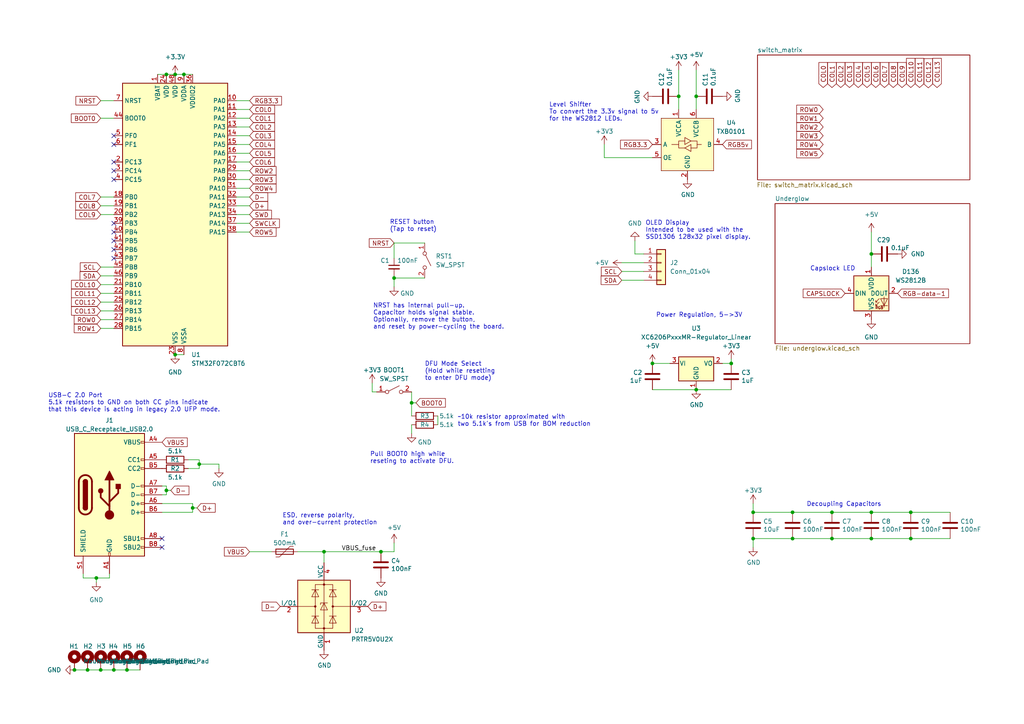
<source format=kicad_sch>
(kicad_sch (version 20250114) (generator "eeschema") (generator_version "9.0")
  (paper "A4")
  (lib_symbols
    (symbol "+5V_1" (power) (pin_names (offset 0))
      (property "Value" "+5V_1" (at 0 3.556 0))
      (symbol "+5V_1_0_1"
        (polyline (pts (xy -0.762 1.27) (xy 0 2.54)))
        (polyline (pts (xy 0 2.54) (xy 0.762 1.27)))
        (polyline (pts (xy 0 0) (xy 0 2.54)))
      )
      (symbol "+5V_1_1_1"
        (pin power_in line (at 0 0 90) (length 0) (hide yes) (name "+5V") (number "1"))
      )
    )
    (symbol "Connector:USB_C_Receptacle_USB2.0" (pin_names (offset 1.016))
      (property "Reference" "J" (at -10.16 19.05 0))
      (property "Value" "USB_C_Receptacle_USB2.0" (at 19.05 19.05 0))
      (symbol "USB_C_Receptacle_USB2.0_0_0"
        (rectangle (start -0.254 -17.78) (end 0.254 -16.764))
        (rectangle (start 10.16 15.494) (end 9.144 14.986))
        (rectangle (start 10.16 10.414) (end 9.144 9.906))
        (rectangle (start 10.16 7.874) (end 9.144 7.366))
        (rectangle (start 10.16 2.794) (end 9.144 2.286))
        (rectangle (start 10.16 0.254) (end 9.144 -0.254))
        (rectangle (start 10.16 -2.286) (end 9.144 -2.794))
        (rectangle (start 10.16 -4.826) (end 9.144 -5.334))
        (rectangle (start 10.16 -12.446) (end 9.144 -12.954))
        (rectangle (start 10.16 -14.986) (end 9.144 -15.494))
      )
      (symbol "USB_C_Receptacle_USB2.0_0_1"
        (rectangle (start -10.16 17.78) (end 10.16 -17.78) (stroke (width 0.254)) (fill (type background)))
        (polyline (pts (xy -8.89 -3.81) (xy -8.89 3.81)) (stroke (width 0.508)))
        (rectangle (start -7.62 -3.81) (end -6.35 3.81) (stroke (width 0.254)) (fill (type outline)))
        (arc (start -7.62 3.81) (mid -6.985 4.4423) (end -6.35 3.81) (stroke (width 0.254)))
        (arc (start -7.62 3.81) (mid -6.985 4.4423) (end -6.35 3.81) (stroke (width 0.254)) (fill (type outline)))
        (arc (start -8.89 3.81) (mid -6.985 5.7067) (end -5.08 3.81) (stroke (width 0.508)))
        (arc (start -5.08 -3.81) (mid -6.985 -5.7067) (end -8.89 -3.81) (stroke (width 0.508)))
        (arc (start -6.35 -3.81) (mid -6.985 -4.4423) (end -7.62 -3.81) (stroke (width 0.254)))
        (arc (start -6.35 -3.81) (mid -6.985 -4.4423) (end -7.62 -3.81) (stroke (width 0.254)) (fill (type outline)))
        (polyline (pts (xy -5.08 3.81) (xy -5.08 -3.81)) (stroke (width 0.508)))
        (circle (center -2.54 1.143) (radius 0.635) (stroke (width 0.254)) (fill (type outline)))
        (polyline (pts (xy -1.27 4.318) (xy 0 6.858) (xy 1.27 4.318) (xy -1.27 4.318)) (stroke (width 0.254)) (fill (type outline)))
        (polyline (pts (xy 0 -2.032) (xy 2.54 0.508) (xy 2.54 1.778)) (stroke (width 0.508)))
        (polyline (pts (xy 0 -3.302) (xy -2.54 -0.762) (xy -2.54 0.508)) (stroke (width 0.508)))
        (polyline (pts (xy 0 -5.842) (xy 0 4.318)) (stroke (width 0.508)))
        (circle (center 0 -5.842) (radius 1.27) (fill (type outline)))
        (rectangle (start 1.905 1.778) (end 3.175 3.048) (stroke (width 0.254)) (fill (type outline)))
      )
      (symbol "USB_C_Receptacle_USB2.0_1_1"
        (pin passive line (at -7.62 -22.86 90) (length 5.08) (name "SHIELD") (number "S1"))
        (pin passive line (at 0 -22.86 90) (length 5.08) (name "GND") (number "A1"))
        (pin passive line (at 0 -22.86 90) (length 5.08) (hide yes) (name "GND") (number "A12"))
        (pin passive line (at 0 -22.86 90) (length 5.08) (hide yes) (name "GND") (number "B1"))
        (pin passive line (at 0 -22.86 90) (length 5.08) (hide yes) (name "GND") (number "B12"))
        (pin passive line (at 15.24 15.24 180) (length 5.08) (name "VBUS") (number "A4"))
        (pin passive line (at 15.24 15.24 180) (length 5.08) (hide yes) (name "VBUS") (number "A9"))
        (pin passive line (at 15.24 15.24 180) (length 5.08) (hide yes) (name "VBUS") (number "B4"))
        (pin passive line (at 15.24 15.24 180) (length 5.08) (hide yes) (name "VBUS") (number "B9"))
        (pin bidirectional line (at 15.24 10.16 180) (length 5.08) (name "CC1") (number "A5"))
        (pin bidirectional line (at 15.24 7.62 180) (length 5.08) (name "CC2") (number "B5"))
        (pin bidirectional line (at 15.24 2.54 180) (length 5.08) (name "D-") (number "A7"))
        (pin bidirectional line (at 15.24 0 180) (length 5.08) (name "D-") (number "B7"))
        (pin bidirectional line (at 15.24 -2.54 180) (length 5.08) (name "D+") (number "A6"))
        (pin bidirectional line (at 15.24 -5.08 180) (length 5.08) (name "D+") (number "B6"))
        (pin bidirectional line (at 15.24 -12.7 180) (length 5.08) (name "SBU1") (number "A8"))
        (pin bidirectional line (at 15.24 -15.24 180) (length 5.08) (name "SBU2") (number "B8"))
      )
    )
    (symbol "Connector_Generic:Conn_01x04" (pin_names (offset 1.016) (hide yes))
      (property "Reference" "J" (at 0 5.08 0))
      (property "Value" "Conn_01x04" (at 0 -7.62 0))
      (symbol "Conn_01x04_1_1"
        (rectangle (start -1.27 3.81) (end 1.27 -6.35) (stroke (width 0.254)) (fill (type background)))
        (rectangle (start -1.27 2.667) (end 0 2.413) (stroke (width 0.1524)))
        (rectangle (start -1.27 0.127) (end 0 -0.127) (stroke (width 0.1524)))
        (rectangle (start -1.27 -2.413) (end 0 -2.667) (stroke (width 0.1524)))
        (rectangle (start -1.27 -4.953) (end 0 -5.207) (stroke (width 0.1524)))
        (pin passive line (at -5.08 2.54 0) (length 3.81) (name "Pin_1") (number "1"))
        (pin passive line (at -5.08 0 0) (length 3.81) (name "Pin_2") (number "2"))
        (pin passive line (at -5.08 -2.54 0) (length 3.81) (name "Pin_3") (number "3"))
        (pin passive line (at -5.08 -5.08 0) (length 3.81) (name "Pin_4") (number "4"))
      )
    )
    (symbol "Device:C" (pin_numbers (hide yes)) (pin_names (offset 0.254))
      (property "Reference" "C" (at 0.635 2.54 0))
      (property "Value" "C" (at 0.635 -2.54 0))
      (symbol "C_0_1"
        (polyline (pts (xy -2.032 0.762) (xy 2.032 0.762)) (stroke (width 0.508)))
        (polyline (pts (xy -2.032 -0.762) (xy 2.032 -0.762)) (stroke (width 0.508)))
      )
      (symbol "C_1_1"
        (pin passive line (at 0 3.81 270) (length 2.794) (name "~") (number "1"))
        (pin passive line (at 0 -3.81 90) (length 2.794) (name "~") (number "2"))
      )
    )
    (symbol "Device:C_Small" (pin_numbers (hide yes)) (pin_names (offset 0.254) (hide yes))
      (property "Reference" "C" (at 0.254 1.778 0))
      (property "Value" "C_Small" (at 0.254 -2.032 0))
      (symbol "C_Small_0_1"
        (polyline (pts (xy -1.524 0.508) (xy 1.524 0.508)) (stroke (width 0.3048)))
        (polyline (pts (xy -1.524 -0.508) (xy 1.524 -0.508)) (stroke (width 0.3302)))
      )
      (symbol "C_Small_1_1"
        (pin passive line (at 0 2.54 270) (length 2.032) (name "~") (number "1"))
        (pin passive line (at 0 -2.54 90) (length 2.032) (name "~") (number "2"))
      )
    )
    (symbol "Device:Polyfuse" (pin_numbers (hide yes)) (pin_names (offset 0))
      (property "Reference" "F" (at -2.54 0 90))
      (property "Value" "Polyfuse" (at 2.54 0 90))
      (symbol "Polyfuse_0_1"
        (polyline (pts (xy -1.524 2.54) (xy -1.524 1.524) (xy 1.524 -1.524) (xy 1.524 -2.54)))
        (rectangle (start -0.762 2.54) (end 0.762 -2.54) (stroke (width 0.254)))
        (polyline (pts (xy 0 2.54) (xy 0 -2.54)))
      )
      (symbol "Polyfuse_1_1"
        (pin passive line (at 0 3.81 270) (length 1.27) (name "~") (number "1"))
        (pin passive line (at 0 -3.81 90) (length 1.27) (name "~") (number "2"))
      )
    )
    (symbol "Device:R" (pin_numbers (hide yes)) (pin_names (offset 0))
      (property "Reference" "R" (at 2.032 0 90))
      (property "Value" "R" (at 0 0 90))
      (symbol "R_0_1"
        (rectangle (start -1.016 -2.54) (end 1.016 2.54) (stroke (width 0.254)))
      )
      (symbol "R_1_1"
        (pin passive line (at 0 3.81 270) (length 1.27) (name "~") (number "1"))
        (pin passive line (at 0 -3.81 90) (length 1.27) (name "~") (number "2"))
      )
    )
    (symbol "GND_1" (power) (pin_numbers (hide yes)) (pin_names (offset 0) (hide yes))
      (property "Value" "GND" (at 0 -3.81 0))
      (symbol "GND_1_0_1"
        (polyline (pts (xy 0 0) (xy 0 -1.27) (xy 1.27 -1.27) (xy 0 -2.54) (xy -1.27 -1.27) (xy 0 -1.27)))
      )
      (symbol "GND_1_1_1"
        (pin power_in line (at 0 0 270) (length 0) (name "~") (number "1"))
      )
    )
    (symbol "LED:WS2812B" (pin_names (offset 0.254))
      (property "Reference" "D" (at 5.08 5.715 0))
      (property "Value" "WS2812B" (at 1.27 -5.715 0))
      (symbol "WS2812B_0_0"
        (text "RGB" (at 2.286 -4.191 0) (effects (font (size 0.762 0.762))))
      )
      (symbol "WS2812B_0_1"
        (polyline (pts (xy 1.27 -2.54) (xy 1.778 -2.54)))
        (polyline (pts (xy 1.27 -3.556) (xy 1.778 -3.556)))
        (polyline (pts (xy 2.286 -1.524) (xy 1.27 -2.54) (xy 1.27 -2.032)))
        (polyline (pts (xy 2.286 -2.54) (xy 1.27 -3.556) (xy 1.27 -3.048)))
        (polyline (pts (xy 3.683 -1.016) (xy 3.683 -3.556) (xy 3.683 -4.064)))
        (polyline (pts (xy 4.699 -1.524) (xy 2.667 -1.524) (xy 3.683 -3.556) (xy 4.699 -1.524)))
        (polyline (pts (xy 4.699 -3.556) (xy 2.667 -3.556)))
        (rectangle (start 5.08 5.08) (end -5.08 -5.08) (stroke (width 0.254)) (fill (type background)))
      )
      (symbol "WS2812B_1_1"
        (pin input line (at -7.62 0 0) (length 2.54) (name "DIN") (number "4"))
        (pin power_in line (at 0 7.62 270) (length 2.54) (name "VDD") (number "1"))
        (pin power_in line (at 0 -7.62 90) (length 2.54) (name "VSS") (number "3"))
        (pin output line (at 7.62 0 180) (length 2.54) (name "DOUT") (number "2"))
      )
    )
    (symbol "MCU_ST_STM32F0:STM32F072CBTx"
      (property "Reference" "U" (at -15.24 39.37 0))
      (property "Value" "STM32F072CBTx" (at 7.62 39.37 0))
      (symbol "STM32F072CBTx_0_1"
        (rectangle (start -15.24 -38.1) (end 15.24 38.1) (stroke (width 0.254)) (fill (type background)))
      )
      (symbol "STM32F072CBTx_1_1"
        (pin input line (at -17.78 33.02 0) (length 2.54) (name "NRST") (number "7"))
        (pin input line (at -17.78 27.94 0) (length 2.54) (name "BOOT0") (number "44"))
        (pin bidirectional line (at -17.78 22.86 0) (length 2.54) (name "PF0") (number "5"))
        (pin bidirectional line (at -17.78 20.32 0) (length 2.54) (name "PF1") (number "6"))
        (pin bidirectional line (at -17.78 15.24 0) (length 2.54) (name "PC13") (number "2"))
        (pin bidirectional line (at -17.78 12.7 0) (length 2.54) (name "PC14") (number "3"))
        (pin bidirectional line (at -17.78 10.16 0) (length 2.54) (name "PC15") (number "4"))
        (pin bidirectional line (at -17.78 5.08 0) (length 2.54) (name "PB0") (number "18"))
        (pin bidirectional line (at -17.78 2.54 0) (length 2.54) (name "PB1") (number "19"))
        (pin bidirectional line (at -17.78 0 0) (length 2.54) (name "PB2") (number "20"))
        (pin bidirectional line (at -17.78 -2.54 0) (length 2.54) (name "PB3") (number "39"))
        (pin bidirectional line (at -17.78 -5.08 0) (length 2.54) (name "PB4") (number "40"))
        (pin bidirectional line (at -17.78 -7.62 0) (length 2.54) (name "PB5") (number "41"))
        (pin bidirectional line (at -17.78 -10.16 0) (length 2.54) (name "PB6") (number "42"))
        (pin bidirectional line (at -17.78 -12.7 0) (length 2.54) (name "PB7") (number "43"))
        (pin bidirectional line (at -17.78 -15.24 0) (length 2.54) (name "PB8") (number "45"))
        (pin bidirectional line (at -17.78 -17.78 0) (length 2.54) (name "PB9") (number "46"))
        (pin bidirectional line (at -17.78 -20.32 0) (length 2.54) (name "PB10") (number "21"))
        (pin bidirectional line (at -17.78 -22.86 0) (length 2.54) (name "PB11") (number "22"))
        (pin bidirectional line (at -17.78 -25.4 0) (length 2.54) (name "PB12") (number "25"))
        (pin bidirectional line (at -17.78 -27.94 0) (length 2.54) (name "PB13") (number "26"))
        (pin bidirectional line (at -17.78 -30.48 0) (length 2.54) (name "PB14") (number "27"))
        (pin bidirectional line (at -17.78 -33.02 0) (length 2.54) (name "PB15") (number "28"))
        (pin power_in line (at -5.08 40.64 270) (length 2.54) (name "VBAT") (number "1"))
        (pin power_in line (at -2.54 40.64 270) (length 2.54) (name "VDD") (number "24"))
        (pin power_in line (at 0 40.64 270) (length 2.54) (name "VDD") (number "48"))
        (pin power_in line (at 0 -40.64 90) (length 2.54) (name "VSS") (number "23"))
        (pin passive line (at 0 -40.64 90) (length 2.54) (hide yes) (name "VSS") (number "35"))
        (pin passive line (at 0 -40.64 90) (length 2.54) (hide yes) (name "VSS") (number "47"))
        (pin power_in line (at 2.54 40.64 270) (length 2.54) (name "VDDA") (number "9"))
        (pin power_in line (at 2.54 -40.64 90) (length 2.54) (name "VSSA") (number "8"))
        (pin power_in line (at 5.08 40.64 270) (length 2.54) (name "VDDIO2") (number "36"))
        (pin bidirectional line (at 17.78 33.02 180) (length 2.54) (name "PA0") (number "10"))
        (pin bidirectional line (at 17.78 30.48 180) (length 2.54) (name "PA1") (number "11"))
        (pin bidirectional line (at 17.78 27.94 180) (length 2.54) (name "PA2") (number "12"))
        (pin bidirectional line (at 17.78 25.4 180) (length 2.54) (name "PA3") (number "13"))
        (pin bidirectional line (at 17.78 22.86 180) (length 2.54) (name "PA4") (number "14"))
        (pin bidirectional line (at 17.78 20.32 180) (length 2.54) (name "PA5") (number "15"))
        (pin bidirectional line (at 17.78 17.78 180) (length 2.54) (name "PA6") (number "16"))
        (pin bidirectional line (at 17.78 15.24 180) (length 2.54) (name "PA7") (number "17"))
        (pin bidirectional line (at 17.78 12.7 180) (length 2.54) (name "PA8") (number "29"))
        (pin bidirectional line (at 17.78 10.16 180) (length 2.54) (name "PA9") (number "30"))
        (pin bidirectional line (at 17.78 7.62 180) (length 2.54) (name "PA10") (number "31"))
        (pin bidirectional line (at 17.78 5.08 180) (length 2.54) (name "PA11") (number "32"))
        (pin bidirectional line (at 17.78 2.54 180) (length 2.54) (name "PA12") (number "33"))
        (pin bidirectional line (at 17.78 0 180) (length 2.54) (name "PA13") (number "34"))
        (pin bidirectional line (at 17.78 -2.54 180) (length 2.54) (name "PA14") (number "37"))
        (pin bidirectional line (at 17.78 -5.08 180) (length 2.54) (name "PA15") (number "38"))
      )
    )
    (symbol "Mechanical:MountingHole_Pad" (pin_numbers (hide yes)) (pin_names (offset 1.016) (hide yes)) (in_bom no)
      (property "Reference" "H" (at 0 6.35 0))
      (property "Value" "MountingHole_Pad" (at 0 4.445 0))
      (symbol "MountingHole_Pad_0_1"
        (circle (center 0 1.27) (radius 1.27) (stroke (width 1.27)))
      )
      (symbol "MountingHole_Pad_1_1"
        (pin input line (at 0 -2.54 90) (length 2.54) (name "1") (number "1"))
      )
    )
    (symbol "PCM_marbastlib-various:TXB0101"
      (property "Reference" "U" (at -6.35 11.43 0))
      (property "Value" "TXB0101" (at 3.81 11.43 0))
      (symbol "TXB0101_0_1"
        (rectangle (start -7.62 10.16) (end 7.62 -5.08) (fill (type background)))
        (polyline (pts (xy -2.54 2.54) (xy -2.54 3.556) (xy -0.762 3.556)))
        (polyline (pts (xy -0.762 2.54) (xy -0.762 4.572) (xy 1.016 3.556) (xy -0.762 2.54)))
        (polyline (pts (xy -0.762 1.524) (xy -2.54 1.524) (xy -2.54 2.54) (xy -4.572 2.54)))
        (polyline (pts (xy 1.016 3.556) (xy 2.794 3.556) (xy 2.794 2.54) (xy 4.064 2.54)))
        (polyline (pts (xy 1.016 2.54) (xy 1.016 0.762) (xy 1.016 0.508) (xy -0.762 1.524) (xy 1.016 2.54)))
        (polyline (pts (xy 2.794 2.54) (xy 2.794 1.524) (xy 1.016 1.524)))
      )
      (symbol "TXB0101_1_1"
        (pin bidirectional line (at -10.16 2.54 0) (length 2.54) (name "A") (number "3"))
        (pin input line (at -10.16 -1.27 0) (length 2.54) (name "OE") (number "5"))
        (pin power_in line (at -2.54 12.7 270) (length 2.54) (name "VCCA") (number "1"))
        (pin power_in line (at 0 -7.62 90) (length 2.54) (name "GND") (number "2"))
        (pin power_in line (at 2.54 12.7 270) (length 2.54) (name "VCCB") (number "6"))
        (pin bidirectional line (at 10.16 2.54 180) (length 2.54) (name "B") (number "4"))
      )
    )
    (symbol "Power_Protection:PRTR5V0U2X" (pin_names (offset 0))
      (property "Reference" "D" (at 2.794 8.636 0))
      (property "Value" "PRTR5V0U2X" (at 8.128 -9.398 0))
      (symbol "PRTR5V0U2X_0_1"
        (rectangle (start -7.62 -7.62) (end 7.62 7.62) (stroke (width 0.254)) (fill (type background)))
        (polyline (pts (xy -3.556 2.794) (xy -1.524 2.794) (xy -2.54 4.826) (xy -3.556 2.794)))
        (polyline (pts (xy -3.556 -4.826) (xy -1.524 -4.826) (xy -2.54 -2.794) (xy -3.556 -4.826)))
        (rectangle (start -2.54 6.35) (end 2.54 -6.35))
        (circle (center -2.54 0) (radius 0.254) (fill (type outline)))
        (polyline (pts (xy -2.54 0) (xy -7.62 0)))
        (polyline (pts (xy -1.524 4.826) (xy -3.556 4.826)))
        (polyline (pts (xy -1.524 -2.794) (xy -3.556 -2.794)))
        (polyline (pts (xy -1.016 -1.016) (xy 1.016 -1.016) (xy 0 1.016) (xy -1.016 -1.016)))
        (circle (center 0 6.35) (radius 0.254) (fill (type outline)))
        (circle (center 0 -6.35) (radius 0.254) (fill (type outline)))
        (polyline (pts (xy 0 -7.62) (xy 0 7.62)))
        (polyline (pts (xy 1.016 1.016) (xy -1.016 1.016) (xy -1.016 0.508)))
        (polyline (pts (xy 1.524 4.826) (xy 3.556 4.826)))
        (polyline (pts (xy 1.524 -2.794) (xy 3.556 -2.794)))
        (polyline (pts (xy 2.54 0) (xy 7.62 0)))
        (circle (center 2.54 0) (radius 0.254) (fill (type outline)))
        (polyline (pts (xy 3.556 2.794) (xy 1.524 2.794) (xy 2.54 4.826) (xy 3.556 2.794)))
        (polyline (pts (xy 3.556 -4.826) (xy 1.524 -4.826) (xy 2.54 -2.794) (xy 3.556 -4.826)))
      )
      (symbol "PRTR5V0U2X_1_1"
        (pin passive line (at -12.7 0 0) (length 5.08) (name "I/O1") (number "2"))
        (pin passive line (at 0 12.7 270) (length 5.08) (name "VCC") (number "4"))
        (pin passive line (at 0 -12.7 90) (length 5.08) (name "GND") (number "1"))
        (pin passive line (at 12.7 0 180) (length 5.08) (name "I/O2") (number "3"))
      )
    )
    (symbol "Switch:SW_SPST" (pin_names (offset 0) (hide yes))
      (property "Reference" "SW" (at 0 3.175 0))
      (property "Value" "SW_SPST" (at 0 -2.54 0))
      (symbol "SW_SPST_0_0"
        (circle (center -2.032 0) (radius 0.508))
        (polyline (pts (xy -1.524 0.254) (xy 1.524 1.778)))
        (circle (center 2.032 0) (radius 0.508))
      )
      (symbol "SW_SPST_1_1"
        (pin passive line (at -5.08 0 0) (length 2.54) (name "A") (number "1"))
        (pin passive line (at 5.08 0 180) (length 2.54) (name "B") (number "2"))
      )
    )
    (symbol "kicad-keyboard-parts:XC6206PxxxMR-Regulator_Linear" (pin_names (offset 0.254))
      (property "Reference" "U" (at -3.81 3.175 0))
      (property "Value" "XC6206PxxxMR-Regulator_Linear" (at 0 3.175 0))
      (property "LCSC" "C5446" (at 0 0 0))
      (symbol "XC6206PxxxMR-Regulator_Linear_0_1"
        (rectangle (start -5.08 1.905) (end 5.08 -5.08) (stroke (width 0.254)) (fill (type background)))
      )
      (symbol "XC6206PxxxMR-Regulator_Linear_1_1"
        (pin power_in line (at -7.62 0 0) (length 2.54) (name "VI") (number "3"))
        (pin power_in line (at 0 -7.62 90) (length 2.54) (name "GND") (number "1"))
        (pin power_out line (at 7.62 0 180) (length 2.54) (name "VO") (number "2"))
      )
    )
    (symbol "power:+3.3V" (power) (pin_numbers (hide yes)) (pin_names (offset 0) (hide yes))
      (property "Value" "+3.3V" (at 0 3.556 0))
      (symbol "+3.3V_0_1"
        (polyline (pts (xy -0.762 1.27) (xy 0 2.54)))
        (polyline (pts (xy 0 2.54) (xy 0.762 1.27)))
        (polyline (pts (xy 0 0) (xy 0 2.54)))
      )
      (symbol "+3.3V_1_1"
        (pin power_in line (at 0 0 90) (length 0) (name "~") (number "1"))
      )
    )
    (symbol "power:+3V3" (power) (pin_names (offset 0))
      (property "Value" "+3V3" (at 0 3.556 0))
      (symbol "+3V3_0_1"
        (polyline (pts (xy -0.762 1.27) (xy 0 2.54)))
        (polyline (pts (xy 0 2.54) (xy 0.762 1.27)))
        (polyline (pts (xy 0 0) (xy 0 2.54)))
      )
      (symbol "+3V3_1_1"
        (pin power_in line (at 0 0 90) (length 0) (hide yes) (name "+3V3") (number "1"))
      )
    )
    (symbol "power:+5V" (power) (pin_names (offset 0))
      (property "Value" "+5V" (at 0 3.556 0))
      (symbol "+5V_0_1"
        (polyline (pts (xy -0.762 1.27) (xy 0 2.54)))
        (polyline (pts (xy 0 2.54) (xy 0.762 1.27)))
        (polyline (pts (xy 0 0) (xy 0 2.54)))
      )
      (symbol "+5V_1_1"
        (pin power_in line (at 0 0 90) (length 0) (hide yes) (name "+5V") (number "1"))
      )
    )
    (symbol "power:GND" (power) (pin_names (offset 0))
      (property "Value" "GND" (at 0 -3.81 0))
      (symbol "GND_0_1"
        (polyline (pts (xy 0 0) (xy 0 -1.27) (xy 1.27 -1.27) (xy 0 -2.54) (xy -1.27 -1.27) (xy 0 -1.27)))
      )
      (symbol "GND_1_1"
        (pin power_in line (at 0 0 270) (length 0) (hide yes) (name "GND") (number "1"))
      )
    )
  )
  (text "Decoupling Capacitors" (at 233.934 147.066 0) (effects (font (size 1.27 1.27)) (justify left bottom)))
  (text "~10k resistor approximated with\ntwo 5.1k's from USB for BOM reduction" (at 132.715 123.825 0) (effects (font (size 1.27 1.27)) (justify left bottom)))
  (text "RESET button\n(Tap to reset)" (at 113.03 67.31 0) (effects (font (size 1.27 1.27)) (justify left bottom)))
  (text "Power Regulation, 5->3V\n" (at 190.246 92.202 0) (effects (font (size 1.27 1.27)) (justify left bottom)))
  (text "Pull BOOT0 high while \nreseting to activate DFU." (at 107.315 134.62 0) (effects (font (size 1.27 1.27)) (justify left bottom)))
  (text "Capslock LED" (at 234.95 78.74 0) (effects (font (size 1.27 1.27)) (justify left bottom)))
  (text "USB-C 2.0 Port\n5.1k resistors to GND on both CC pins indicate\nthat this device is acting in legacy 2.0 UFP mode." (at 13.97 119.634 0) (effects (font (size 1.27 1.27)) (justify left bottom)))
  (text "NRST has internal pull-up.\nCapacitor holds signal stable.\nOptionally, remove the button,\nand reset by power-cycling the board." (at 108.204 95.631 0) (effects (font (size 1.27 1.27)) (justify left bottom)))
  (text "ESD, reverse polarity,\nand over-current protection" (at 81.915 152.4 0) (effects (font (size 1.27 1.27)) (justify left bottom)))
  (text "Level Shifter\nTo convert the 3.3v signal to 5v\nfor the WS2812 LEDs." (at 159.258 35.306 0) (effects (font (size 1.27 1.27)) (justify left bottom)))
  (text "OLED Display\nIntended to be used with the \nSSD1306 128x32 pixel display." (at 187.198 69.596 0) (effects (font (size 1.27 1.27)) (justify left bottom)))
  (text "DFU Mode Select\n(Hold while resetting\nto enter DFU mode)" (at 123.19 110.49 0) (effects (font (size 1.27 1.27)) (justify left bottom)))
  (junction (at 27.94 167.64))
  (junction (at 110.49 160.02))
  (junction (at 241.3 148.59))
  (junction (at 114.3 80.645))
  (junction (at 50.8 21.59))
  (junction (at 55.88 147.32))
  (junction (at 201.93 27.94))
  (junction (at 264.16 148.59))
  (junction (at 201.93 113.03) (diameter 0.9144))
  (junction (at 33.02 194.31))
  (junction (at 218.44 156.21))
  (junction (at 212.09 105.41))
  (junction (at 264.16 156.21))
  (junction (at 252.73 148.59))
  (junction (at 252.73 156.21))
  (junction (at 189.23 105.41))
  (junction (at 21.59 194.31))
  (junction (at 229.87 148.59))
  (junction (at 48.26 21.59))
  (junction (at 196.85 27.94))
  (junction (at 218.44 148.59))
  (junction (at 241.3 156.21))
  (junction (at 50.8 102.87))
  (junction (at 93.98 160.02))
  (junction (at 53.34 21.59))
  (junction (at 57.785 134.62))
  (junction (at 252.73 73.66))
  (junction (at 25.4 194.31))
  (junction (at 119.38 116.84))
  (junction (at 229.87 156.21))
  (junction (at 29.21 194.31))
  (junction (at 36.83 194.31))
  (junction (at 48.26 142.24))
  (no_connect (at 33.02 64.77))
  (no_connect (at 33.02 41.91))
  (no_connect (at 33.02 67.31))
  (no_connect (at 46.99 156.21))
  (no_connect (at 33.02 72.39))
  (no_connect (at 33.02 69.85))
  (no_connect (at 33.02 74.93))
  (no_connect (at 33.02 46.99))
  (no_connect (at 33.02 49.53))
  (no_connect (at 33.02 39.37))
  (no_connect (at 33.02 52.07))
  (no_connect (at 46.99 158.75))
  (wire (pts (xy 252.73 156.21) (xy 264.16 156.21)))
  (wire (pts (xy 33.02 194.31) (xy 36.83 194.31)))
  (wire (pts (xy 252.73 148.59) (xy 264.16 148.59)))
  (wire (pts (xy 68.58 57.15) (xy 72.39 57.15)))
  (wire (pts (xy 127 120.65) (xy 127 123.19)))
  (wire (pts (xy 24.13 167.64) (xy 27.94 167.64)))
  (wire (pts (xy 54.61 135.89) (xy 57.785 135.89)))
  (wire (pts (xy 68.58 41.91) (xy 72.39 41.91)))
  (wire (pts (xy 29.21 92.71) (xy 33.02 92.71)))
  (wire (pts (xy 48.26 142.24) (xy 48.26 143.51)))
  (wire (pts (xy 57.785 134.62) (xy 57.785 133.35)))
  (wire (pts (xy 55.88 146.05) (xy 55.88 147.32)))
  (wire (pts (xy 114.3 70.485) (xy 114.3 74.93)))
  (wire (pts (xy 54.61 133.35) (xy 57.785 133.35)))
  (wire (pts (xy 50.8 102.87) (xy 53.34 102.87)))
  (wire (pts (xy 109.22 113.665) (xy 107.95 113.665)))
  (wire (pts (xy 29.21 194.31) (xy 33.02 194.31)))
  (wire (pts (xy 196.85 27.94) (xy 196.85 31.75)))
  (wire (pts (xy 212.09 104.14) (xy 212.09 105.41)))
  (wire (pts (xy 48.26 140.97) (xy 48.26 142.24)))
  (wire (pts (xy 229.87 148.59) (xy 218.44 148.59)))
  (wire (pts (xy 218.44 146.05) (xy 218.44 148.59)))
  (wire (pts (xy 119.38 113.665) (xy 119.38 116.84)))
  (wire (pts (xy 68.58 34.29) (xy 72.39 34.29)))
  (wire (pts (xy 68.58 54.61) (xy 72.39 54.61)))
  (wire (pts (xy 29.21 87.63) (xy 33.02 87.63)))
  (wire (pts (xy 189.23 105.41) (xy 194.31 105.41)))
  (wire (pts (xy 48.26 142.24) (xy 49.53 142.24)))
  (wire (pts (xy 36.83 194.31) (xy 40.64 194.31)))
  (wire (pts (xy 86.36 160.02) (xy 93.98 160.02)))
  (wire (pts (xy 114.3 70.485) (xy 123.19 70.485)))
  (wire (pts (xy 114.3 80.645) (xy 123.19 80.645)))
  (wire (pts (xy 29.21 85.09) (xy 33.02 85.09)))
  (wire (pts (xy 241.3 156.21) (xy 229.87 156.21)))
  (wire (pts (xy 252.73 67.31) (xy 252.73 73.66)))
  (wire (pts (xy 46.99 148.59) (xy 55.88 148.59)))
  (wire (pts (xy 68.58 46.99) (xy 72.39 46.99)))
  (wire (pts (xy 25.4 194.31) (xy 29.21 194.31)))
  (wire (pts (xy 29.21 62.23) (xy 33.02 62.23)))
  (wire (pts (xy 93.98 160.02) (xy 93.98 163.195)))
  (wire (pts (xy 72.39 160.02) (xy 78.74 160.02)))
  (wire (pts (xy 180.34 81.28) (xy 186.69 81.28)))
  (wire (pts (xy 46.99 143.51) (xy 48.26 143.51)))
  (wire (pts (xy 57.785 135.89) (xy 57.785 134.62)))
  (wire (pts (xy 201.93 27.94) (xy 201.93 31.75)))
  (wire (pts (xy 50.8 21.59) (xy 53.34 21.59)))
  (wire (pts (xy 68.58 36.83) (xy 72.39 36.83)))
  (wire (pts (xy 114.3 157.48) (xy 114.3 160.02)))
  (wire (pts (xy 29.21 95.25) (xy 33.02 95.25)))
  (wire (pts (xy 196.85 20.32) (xy 196.85 27.94)))
  (wire (pts (xy 184.15 73.66) (xy 184.15 69.85)))
  (wire (pts (xy 114.3 80.645) (xy 114.3 80.01)))
  (wire (pts (xy 180.34 76.2) (xy 186.69 76.2)))
  (wire (pts (xy 29.21 90.17) (xy 33.02 90.17)))
  (wire (pts (xy 175.26 45.72) (xy 189.23 45.72)))
  (wire (pts (xy 218.44 158.75) (xy 218.44 156.21)))
  (wire (pts (xy 27.94 168.91) (xy 27.94 167.64)))
  (wire (pts (xy 55.88 147.32) (xy 57.15 147.32)))
  (wire (pts (xy 93.98 160.02) (xy 110.49 160.02)))
  (wire (pts (xy 29.21 77.47) (xy 33.02 77.47)))
  (wire (pts (xy 186.69 73.66) (xy 184.15 73.66)))
  (wire (pts (xy 46.99 140.97) (xy 48.26 140.97)))
  (wire (pts (xy 107.95 113.665) (xy 107.95 111.125)))
  (wire (pts (xy 252.73 73.66) (xy 252.73 77.47)))
  (wire (pts (xy 57.785 134.62) (xy 63.5 134.62)))
  (wire (pts (xy 114.3 83.185) (xy 114.3 80.645)))
  (wire (pts (xy 68.58 49.53) (xy 72.39 49.53)))
  (wire (pts (xy 264.16 148.59) (xy 275.59 148.59)))
  (wire (pts (xy 53.34 21.59) (xy 55.88 21.59)))
  (wire (pts (xy 21.59 194.31) (xy 25.4 194.31)))
  (wire (pts (xy 68.58 31.75) (xy 72.39 31.75)))
  (wire (pts (xy 68.58 64.77) (xy 72.39 64.77)))
  (wire (pts (xy 201.93 20.32) (xy 201.93 27.94)))
  (wire (pts (xy 29.21 82.55) (xy 33.02 82.55)))
  (wire (pts (xy 110.49 160.02) (xy 114.3 160.02)))
  (wire (pts (xy 119.38 116.84) (xy 119.38 120.65)))
  (wire (pts (xy 180.34 78.74) (xy 186.69 78.74)))
  (wire (pts (xy 27.94 167.64) (xy 31.75 167.64)))
  (wire (pts (xy 29.21 80.01) (xy 33.02 80.01)))
  (wire (pts (xy 201.93 113.03) (xy 189.23 113.03)))
  (wire (pts (xy 241.3 156.21) (xy 252.73 156.21)))
  (wire (pts (xy 63.5 134.62) (xy 63.5 135.89)))
  (wire (pts (xy 175.26 45.72) (xy 175.26 41.91)))
  (wire (pts (xy 119.38 116.84) (xy 120.65 116.84)))
  (wire (pts (xy 68.58 39.37) (xy 72.39 39.37)))
  (wire (pts (xy 68.58 52.07) (xy 72.39 52.07)))
  (wire (pts (xy 119.38 123.19) (xy 119.38 125.73)))
  (wire (pts (xy 46.99 146.05) (xy 55.88 146.05)))
  (wire (pts (xy 209.55 105.41) (xy 212.09 105.41)))
  (wire (pts (xy 68.58 59.69) (xy 72.39 59.69)))
  (wire (pts (xy 45.72 21.59) (xy 48.26 21.59)))
  (wire (pts (xy 29.21 34.29) (xy 33.02 34.29)))
  (wire (pts (xy 241.3 148.59) (xy 252.73 148.59)))
  (wire (pts (xy 241.3 148.59) (xy 229.87 148.59)))
  (wire (pts (xy 264.16 156.21) (xy 275.59 156.21)))
  (wire (pts (xy 201.93 113.03) (xy 212.09 113.03)))
  (wire (pts (xy 29.21 57.15) (xy 33.02 57.15)))
  (wire (pts (xy 68.58 62.23) (xy 72.39 62.23)))
  (wire (pts (xy 29.21 29.21) (xy 33.02 29.21)))
  (wire (pts (xy 29.21 59.69) (xy 33.02 59.69)))
  (wire (pts (xy 24.13 166.37) (xy 24.13 167.64)))
  (wire (pts (xy 68.58 44.45) (xy 72.39 44.45)))
  (wire (pts (xy 68.58 67.31) (xy 72.39 67.31)))
  (wire (pts (xy 48.26 21.59) (xy 50.8 21.59)))
  (wire (pts (xy 68.58 29.21) (xy 72.39 29.21)))
  (wire (pts (xy 229.87 156.21) (xy 218.44 156.21)))
  (wire (pts (xy 55.88 148.59) (xy 55.88 147.32)))
  (wire (pts (xy 31.75 167.64) (xy 31.75 166.37)))
  (label "VBUS_fuse" (at 99.06 160.02 0))
  (global_label "COL1" (shape input) (at 241.3 25.4 90) (property "Intersheetrefs" "${INTERSHEET_REFS}" (effects (hide yes))))
  (global_label "COL7" (shape input) (at 29.21 57.15 180) (property "Intersheetrefs" "${INTERSHEET_REFS}" (effects (hide yes))))
  (global_label "COL11" (shape input) (at 29.21 85.09 180) (property "Intersheetrefs" "${INTERSHEET_REFS}" (effects (hide yes))))
  (global_label "ROW4" (shape input) (at 72.39 54.61 0) (property "Intersheetrefs" "${INTERSHEET_REFS}" (effects (hide yes))))
  (global_label "ROW2" (shape input) (at 238.76 36.83 180) (property "Intersheetrefs" "${INTERSHEET_REFS}" (effects (hide yes))))
  (global_label "COL3" (shape input) (at 72.39 39.37 0) (property "Intersheetrefs" "${INTERSHEET_REFS}" (effects (hide yes))))
  (global_label "D+" (shape input) (at 106.68 175.895 0) (property "Intersheetrefs" "${INTERSHEET_REFS}" (effects (hide yes))))
  (global_label "SWD" (shape input) (at 72.39 62.23 0) (property "Intersheetrefs" "${INTERSHEET_REFS}" (effects (hide yes))))
  (global_label "COL1" (shape input) (at 72.39 34.29 0) (property "Intersheetrefs" "${INTERSHEET_REFS}" (effects (hide yes))))
  (global_label "ROW5" (shape input) (at 238.76 44.5298 180) (property "Intersheetrefs" "${INTERSHEET_REFS}" (effects (hide yes))))
  (global_label "COL4" (shape input) (at 72.39 41.91 0) (property "Intersheetrefs" "${INTERSHEET_REFS}" (effects (hide yes))))
  (global_label "NRST" (shape input) (at 29.21 29.21 180) (property "Intersheetrefs" "${INTERSHEET_REFS}" (effects (hide yes))))
  (global_label "COL5" (shape input) (at 72.39 44.45 0) (property "Intersheetrefs" "${INTERSHEET_REFS}" (effects (hide yes))))
  (global_label "COL12" (shape input) (at 29.21 87.63 180) (property "Intersheetrefs" "${INTERSHEET_REFS}" (effects (hide yes))))
  (global_label "RGB3.3" (shape input) (at 189.23 41.91 180) (property "Intersheetrefs" "${INTERSHEET_REFS}" (effects (hide yes))))
  (global_label "COL13" (shape input) (at 29.21 90.17 180) (property "Intersheetrefs" "${INTERSHEET_REFS}" (effects (hide yes))))
  (global_label "COL11" (shape input) (at 266.7 25.4 90) (property "Intersheetrefs" "${INTERSHEET_REFS}" (effects (hide yes))))
  (global_label "COL8" (shape input) (at 29.21 59.69 180) (property "Intersheetrefs" "${INTERSHEET_REFS}" (effects (hide yes))))
  (global_label "BOOT0" (shape input) (at 120.65 116.84 0) (property "Intersheetrefs" "${INTERSHEET_REFS}" (effects (hide yes))))
  (global_label "COL0" (shape input) (at 72.39 31.75 0) (property "Intersheetrefs" "${INTERSHEET_REFS}" (effects (hide yes))))
  (global_label "COL13" (shape input) (at 271.78 25.4 90) (property "Intersheetrefs" "${INTERSHEET_REFS}" (effects (hide yes))))
  (global_label "SDA" (shape input) (at 180.34 81.28 180) (property "Intersheetrefs" "${INTERSHEET_REFS}" (effects (hide yes))))
  (global_label "VBUS" (shape input) (at 72.39 160.02 180) (property "Intersheetrefs" "${INTERSHEET_REFS}" (effects (hide yes))))
  (global_label "COL10" (shape input) (at 264.16 25.4 90) (property "Intersheetrefs" "${INTERSHEET_REFS}" (effects (hide yes))))
  (global_label "SDA" (shape input) (at 29.21 80.01 180) (property "Intersheetrefs" "${INTERSHEET_REFS}" (effects (hide yes))))
  (global_label "COL2" (shape input) (at 243.84 25.4 90) (property "Intersheetrefs" "${INTERSHEET_REFS}" (effects (hide yes))))
  (global_label "COL9" (shape input) (at 29.21 62.23 180) (property "Intersheetrefs" "${INTERSHEET_REFS}" (effects (hide yes))))
  (global_label "COL8" (shape input) (at 259.08 25.4 90) (property "Intersheetrefs" "${INTERSHEET_REFS}" (effects (hide yes))))
  (global_label "ROW0" (shape input) (at 238.76 31.75 180) (property "Intersheetrefs" "${INTERSHEET_REFS}" (effects (hide yes))))
  (global_label "D-" (shape input) (at 81.28 175.895 180) (property "Intersheetrefs" "${INTERSHEET_REFS}" (effects (hide yes))))
  (global_label "RGB-data-1" (shape input) (at 260.35 85.09 0) (property "Intersheetrefs" "${INTERSHEET_REFS}" (effects (hide yes))))
  (global_label "VBUS" (shape input) (at 46.99 128.27 0) (property "Intersheetrefs" "${INTERSHEET_REFS}" (effects (hide yes))))
  (global_label "RGB3.3" (shape input) (at 72.39 29.21 0) (property "Intersheetrefs" "${INTERSHEET_REFS}" (effects (hide yes))))
  (global_label "RGB5v" (shape input) (at 209.55 41.91 0) (property "Intersheetrefs" "${INTERSHEET_REFS}" (effects (hide yes))))
  (global_label "COL12" (shape input) (at 269.24 25.4798 90) (property "Intersheetrefs" "${INTERSHEET_REFS}" (effects (hide yes))))
  (global_label "SWCLK" (shape input) (at 72.39 64.77 0) (property "Intersheetrefs" "${INTERSHEET_REFS}" (effects (hide yes))))
  (global_label "COL0" (shape input) (at 238.76 25.4 90) (property "Intersheetrefs" "${INTERSHEET_REFS}" (effects (hide yes))))
  (global_label "COL7" (shape input) (at 256.54 25.4 90) (property "Intersheetrefs" "${INTERSHEET_REFS}" (effects (hide yes))))
  (global_label "D+" (shape input) (at 72.39 59.69 0) (property "Intersheetrefs" "${INTERSHEET_REFS}" (effects (hide yes))))
  (global_label "SCL" (shape input) (at 180.34 78.74 180) (property "Intersheetrefs" "${INTERSHEET_REFS}" (effects (hide yes))))
  (global_label "COL4" (shape input) (at 248.92 25.4 90) (property "Intersheetrefs" "${INTERSHEET_REFS}" (effects (hide yes))))
  (global_label "CAPSLOCK" (shape input) (at 245.11 85.09 180) (property "Intersheetrefs" "${INTERSHEET_REFS}" (effects (hide yes))))
  (global_label "ROW3" (shape input) (at 238.76 39.37 180) (property "Intersheetrefs" "${INTERSHEET_REFS}" (effects (hide yes))))
  (global_label "ROW0" (shape input) (at 29.21 92.71 180) (property "Intersheetrefs" "${INTERSHEET_REFS}" (effects (hide yes))))
  (global_label "COL2" (shape input) (at 72.39 36.83 0) (property "Intersheetrefs" "${INTERSHEET_REFS}" (effects (hide yes))))
  (global_label "COL3" (shape input) (at 246.38 25.4 90) (property "Intersheetrefs" "${INTERSHEET_REFS}" (effects (hide yes))))
  (global_label "COL9" (shape input) (at 261.62 25.4 90) (property "Intersheetrefs" "${INTERSHEET_REFS}" (effects (hide yes))))
  (global_label "COL5" (shape input) (at 251.46 25.4 90) (property "Intersheetrefs" "${INTERSHEET_REFS}" (effects (hide yes))))
  (global_label "ROW1" (shape input) (at 238.76 34.29 180) (property "Intersheetrefs" "${INTERSHEET_REFS}" (effects (hide yes))))
  (global_label "COL6" (shape input) (at 72.39 46.99 0) (property "Intersheetrefs" "${INTERSHEET_REFS}" (effects (hide yes))))
  (global_label "ROW3" (shape input) (at 72.39 52.07 0) (property "Intersheetrefs" "${INTERSHEET_REFS}" (effects (hide yes))))
  (global_label "ROW2" (shape input) (at 72.39 49.53 0) (property "Intersheetrefs" "${INTERSHEET_REFS}" (effects (hide yes))))
  (global_label "D-" (shape input) (at 72.39 57.15 0) (property "Intersheetrefs" "${INTERSHEET_REFS}" (effects (hide yes))))
  (global_label "ROW1" (shape input) (at 29.21 95.25 180) (property "Intersheetrefs" "${INTERSHEET_REFS}" (effects (hide yes))))
  (global_label "NRST" (shape input) (at 114.3 70.485 180) (property "Intersheetrefs" "${INTERSHEET_REFS}" (effects (hide yes))))
  (global_label "D-" (shape input) (at 49.53 142.24 0) (property "Intersheetrefs" "${INTERSHEET_REFS}" (effects (hide yes))))
  (global_label "SCL" (shape input) (at 29.21 77.47 180) (property "Intersheetrefs" "${INTERSHEET_REFS}" (effects (hide yes))))
  (global_label "D+" (shape input) (at 57.15 147.32 0) (property "Intersheetrefs" "${INTERSHEET_REFS}" (effects (hide yes))))
  (global_label "ROW5" (shape input) (at 72.39 67.31 0) (property "Intersheetrefs" "${INTERSHEET_REFS}" (effects (hide yes))))
  (global_label "BOOT0" (shape input) (at 29.21 34.29 180) (property "Intersheetrefs" "${INTERSHEET_REFS}" (effects (hide yes))))
  (global_label "COL10" (shape input) (at 29.21 82.55 180) (property "Intersheetrefs" "${INTERSHEET_REFS}" (effects (hide yes))))
  (global_label "COL6" (shape input) (at 254 25.4 90) (property "Intersheetrefs" "${INTERSHEET_REFS}" (effects (hide yes))))
  (global_label "ROW4" (shape input) (at 238.76 41.91 180) (property "Intersheetrefs" "${INTERSHEET_REFS}" (effects (hide yes))))
  (symbol (lib_name "GND_1") (lib_id "power:GND") (at 50.8 102.87 0) (unit 1)
    (property "Reference" "#PWR01" (effects (hide yes)))
    (property "Value" "GND" (at 50.8 107.95 0))
    (property "Description" "Power symbol creates a global label with name \"GND\" , ground" (effects (hide yes)))
  )
  (symbol (lib_id "Device:C") (at 218.44 152.4 0) (unit 1)
    (property "Reference" "C5" (at 221.361 151.2316 0) (effects (justify left)))
    (property "Value" "10uF" (at 221.361 153.543 0) (effects (justify left)))
    (property "Footprint" "Capacitor_SMD:C_0603_1608Metric" (effects (hide yes)))
    (property "LCSC" "C307331" (effects (hide yes)))
  )
  (symbol (lib_id "Device:C") (at 110.49 163.83 0) (unit 1)
    (property "Reference" "C4" (at 113.411 162.6616 0) (effects (justify left)))
    (property "Value" "100nF" (at 113.411 164.973 0) (effects (justify left)))
    (property "Footprint" "Capacitor_SMD:C_0402_1005Metric" (effects (hide yes)))
    (property "LCSC" "C307331" (effects (hide yes)))
  )
  (symbol (lib_id "Device:C") (at 193.04 27.94 90) (unit 1)
    (property "Reference" "C12" (at 191.8716 25.019 0) (effects (justify left)))
    (property "Value" "0.1uF" (at 194.183 25.019 0) (effects (justify left)))
    (property "Footprint" "Capacitor_SMD:C_0402_1005Metric" (effects (hide yes)))
    (property "LCSC" "C307331" (effects (hide yes)))
  )
  (symbol (lib_id "Device:Polyfuse") (at 82.55 160.02 90) (unit 1)
    (property "Reference" "F1" (at 82.55 154.94 90))
    (property "Value" "500mA" (at 82.55 157.48 90))
    (property "Footprint" "Fuse:Fuse_1206_3216Metric" (effects (hide yes)))
    (property "LCSC" "C135341" (effects (hide yes)))
  )
  (symbol (lib_name "+5V_1") (lib_id "power:+5V") (at 180.34 76.2 90) (unit 1)
    (property "Reference" "#PWR09" (effects (hide yes)))
    (property "Value" "+5V" (at 176.53 76.1999 90) (effects (justify left)))
  )
  (symbol (lib_id "Mechanical:MountingHole_Pad") (at 29.21 191.77 0) (unit 1) (in_bom no)
    (property "Reference" "H3" (at 27.94 187.452 0) (effects (justify left)))
    (property "Value" "MountingHole_Pad" (at 31.75 191.7699 0) (effects (justify left)))
    (property "Footprint" "MountingHole:MountingHole_3.2mm_M3" (effects (hide yes)))
    (property "Description" "Mounting Hole with connection" (effects (hide yes)))
  )
  (symbol (lib_id "MCU_ST_STM32F0:STM32F072CBTx") (at 50.8 62.23 0) (unit 1)
    (property "Reference" "U1" (at 55.4833 102.87 0) (effects (justify left)))
    (property "Value" "STM32F072CBT6" (at 55.4833 105.41 0) (effects (justify left)))
    (property "Footprint" "Package_QFP:LQFP-48_7x7mm_P0.5mm" (effects (hide yes)))
    (property "Datasheet" "https://www.st.com/resource/en/datasheet/stm32f072cb.pdf" (effects (hide yes)))
    (property "Description" "STMicroelectronics Arm Cortex-M0 MCU, 128KB flash, 16KB RAM, 48 MHz, 2.0-3.6V, 37 GPIO, LQFP48" (effects (hide yes)))
  )
  (symbol (lib_id "Connector:USB_C_Receptacle_USB2.0") (at 31.75 143.51 0) (unit 1)
    (property "Reference" "J1" (at 31.75 121.92 0))
    (property "Value" "USB_C_Receptacle_USB2.0" (at 31.75 124.46 0))
    (property "Footprint" "PCM_marbastlib-various:USB_C_Receptacle_HRO_TYPE-C-31-M-14" (effects (hide yes)))
    (property "Datasheet" "https://www.usb.org/sites/default/files/documents/usb_type-c.zip" (effects (hide yes)))
    (property "JlcRotOffset" "180" (effects (hide yes)))
    (property "JlcPosOffset" "0,1.5" (effects (hide yes)))
  )
  (symbol (lib_id "Device:C") (at 264.16 152.4 0) (unit 1)
    (property "Reference" "C9" (at 267.081 151.2316 0) (effects (justify left)))
    (property "Value" "100nF" (at 267.081 153.543 0) (effects (justify left)))
    (property "Footprint" "Capacitor_SMD:C_0402_1005Metric" (effects (hide yes)))
    (property "LCSC" "C307331" (effects (hide yes)))
  )
  (symbol (lib_id "power:+3V3") (at 218.44 146.05 0) (unit 1)
    (property "Reference" "#PWR017" (effects (hide yes)))
    (property "Value" "+3V3" (at 218.44 142.24 0))
  )
  (symbol (lib_id "Device:C") (at 252.73 152.4 0) (unit 1)
    (property "Reference" "C8" (at 255.651 151.2316 0) (effects (justify left)))
    (property "Value" "100nF" (at 255.651 153.543 0) (effects (justify left)))
    (property "Footprint" "Capacitor_SMD:C_0402_1005Metric" (effects (hide yes)))
    (property "LCSC" "C307331" (effects (hide yes)))
  )
  (symbol (lib_id "Device:C") (at 229.87 152.4 0) (unit 1)
    (property "Reference" "C6" (at 232.791 151.2316 0) (effects (justify left)))
    (property "Value" "100nF" (at 232.791 153.543 0) (effects (justify left)))
    (property "Footprint" "Capacitor_SMD:C_0402_1005Metric" (effects (hide yes)))
    (property "LCSC" "C307331" (effects (hide yes)))
  )
  (symbol (lib_name "GND_1") (lib_id "power:GND") (at 21.59 194.31 270) (unit 1)
    (property "Reference" "#PWR03" (effects (hide yes)))
    (property "Value" "GND" (at 17.78 194.3099 90) (effects (justify right)))
    (property "Description" "Power symbol creates a global label with name \"GND\" , ground" (effects (hide yes)))
  )
  (symbol (lib_id "Device:C") (at 241.3 152.4 0) (unit 1)
    (property "Reference" "C7" (at 244.221 151.2316 0) (effects (justify left)))
    (property "Value" "100nF" (at 244.221 153.543 0) (effects (justify left)))
    (property "Footprint" "Capacitor_SMD:C_0402_1005Metric" (effects (hide yes)))
    (property "LCSC" "C307331" (effects (hide yes)))
  )
  (symbol (lib_id "power:GND") (at 260.35 73.66 90) (unit 1)
    (property "Reference" "#PWR029" (effects (hide yes)))
    (property "Value" "GND" (at 264.16 73.6599 90) (effects (justify right)))
    (property "Description" "Power symbol creates a global label with name \"GND\" , ground" (effects (hide yes)))
  )
  (symbol (lib_id "power:GND") (at 252.73 92.71 0) (unit 1)
    (property "Reference" "#PWR030" (effects (hide yes)))
    (property "Value" "GND" (at 252.73 97.79 0))
    (property "Description" "Power symbol creates a global label with name \"GND\" , ground" (effects (hide yes)))
  )
  (symbol (lib_id "power:GND") (at 201.93 113.03 0) (unit 1)
    (property "Reference" "#PWR013" (effects (hide yes)))
    (property "Value" "GND" (at 202.057 117.4242 0))
  )
  (symbol (lib_id "power:GND") (at 119.38 125.73 0) (unit 1)
    (property "Reference" "#PWR06" (effects (hide yes)))
    (property "Value" "GND" (at 123.19 128.27 0))
  )
  (symbol (lib_id "power:GND") (at 209.55 27.94 90) (unit 1)
    (property "Reference" "#PWR022" (effects (hide yes)))
    (property "Value" "GND" (at 213.9442 27.813 0))
  )
  (symbol (lib_id "power:+5V") (at 252.73 67.31 0) (unit 1)
    (property "Reference" "#PWR032" (effects (hide yes)))
    (property "Value" "+5V" (at 252.73 62.23 0))
    (property "Description" "Power symbol creates a global label with name \"+5V\"" (effects (hide yes)))
  )
  (symbol (lib_id "Mechanical:MountingHole_Pad") (at 33.02 191.77 0) (unit 1) (in_bom no)
    (property "Reference" "H4" (at 31.496 187.452 0) (effects (justify left)))
    (property "Value" "MountingHole_Pad" (at 35.56 191.7699 0) (effects (justify left)))
    (property "Footprint" "MountingHole:MountingHole_3.2mm_M3" (effects (hide yes)))
    (property "Description" "Mounting Hole with connection" (effects (hide yes)))
  )
  (symbol (lib_id "kicad-keyboard-parts:XC6206PxxxMR-Regulator_Linear") (at 201.93 105.41 0) (unit 1)
    (property "Reference" "U3" (at 201.93 95.25 0))
    (property "Value" "XC6206PxxxMR-Regulator_Linear" (at 201.93 97.79 0))
    (property "Footprint" "Package_TO_SOT_SMD:SOT-23" (effects (hide yes)))
    (property "Datasheet" "https://www.torexsemi.com/file/xc6206/XC6206.pdf" (effects (hide yes)))
    (property "LCSC" "C5446" (effects (hide yes)))
  )
  (symbol (lib_id "power:GND") (at 110.49 167.64 0) (unit 1)
    (property "Reference" "#PWR015" (effects (hide yes)))
    (property "Value" "GND" (at 110.49 172.085 0))
  )
  (symbol (lib_id "LED:WS2812B") (at 252.73 85.09 0) (unit 1)
    (property "Reference" "D136" (at 264.16 78.7714 0))
    (property "Value" "WS2812B" (at 264.16 81.3114 0))
    (property "Footprint" "LED_SMD:LED_WS2812B_PLCC4_5.0x5.0mm_P3.2mm" (effects (hide yes)))
    (property "Datasheet" "https://cdn-shop.adafruit.com/datasheets/WS2812B.pdf" (effects (hide yes)))
    (property "Description" "RGB LED with integrated controller" (effects (hide yes)))
  )
  (symbol (lib_id "Device:C") (at 212.09 109.22 0) (unit 1)
    (property "Reference" "C3" (at 215.011 108.0516 0) (effects (justify left)))
    (property "Value" "1uF" (at 215.011 110.363 0) (effects (justify left)))
    (property "Footprint" "Capacitor_SMD:C_0402_1005Metric" (effects (hide yes)))
    (property "LCSC" "C307331" (effects (hide yes)))
  )
  (symbol (lib_id "power:GND") (at 93.98 188.595 0) (unit 1)
    (property "Reference" "#PWR016" (effects (hide yes)))
    (property "Value" "GND" (at 94.107 192.9892 0))
  )
  (symbol (lib_id "Mechanical:MountingHole_Pad") (at 21.59 191.77 0) (unit 1) (in_bom no)
    (property "Reference" "H1" (at 20.066 187.452 0) (effects (justify left)))
    (property "Value" "MountingHole_Pad" (at 24.13 191.7699 0) (effects (justify left)))
    (property "Footprint" "MountingHole:MountingHole_3.2mm_M3" (effects (hide yes)))
    (property "Description" "Mounting Hole with connection" (effects (hide yes)))
  )
  (symbol (lib_id "Device:C") (at 256.54 73.66 90) (unit 1)
    (property "Reference" "C29" (at 256.286 69.596 90))
    (property "Value" "0.1uF" (at 261.112 71.882 90))
    (property "Footprint" "Capacitor_SMD:C_0402_1005Metric" (effects (hide yes)))
    (property "Description" "Unpolarized capacitor" (effects (hide yes)))
  )
  (symbol (lib_id "Device:R") (at 50.8 133.35 270) (unit 1)
    (property "Reference" "R1" (at 50.8 133.35 90))
    (property "Value" "5.1k" (at 50.8 130.81 90))
    (property "Footprint" "Resistor_SMD:R_0402_1005Metric" (effects (hide yes)))
  )
  (symbol (lib_id "power:GND") (at 218.44 158.75 0) (unit 1)
    (property "Reference" "#PWR024" (effects (hide yes)))
    (property "Value" "GND" (at 218.567 163.1442 0))
  )
  (symbol (lib_id "PCM_marbastlib-various:TXB0101") (at 199.39 44.45 0) (unit 1)
    (property "Reference" "U4" (at 212.09 35.5914 0))
    (property "Value" "TXB0101" (at 212.09 38.1314 0))
    (property "Footprint" "Package_TO_SOT_SMD:SOT-363_SC-70-6_Handsoldering" (effects (hide yes)))
    (property "Datasheet" "https://datasheet.lcsc.com/szlcsc/Texas-Instruments-TI-TXB0101DCKR_C324081.pdf" (effects (hide yes)))
    (property "Description" "1-Bit Bidirectional Voltage-Level Translator" (effects (hide yes)))
    (property "LCSC" "C324081" (effects (hide yes)))
  )
  (symbol (lib_id "power:GND") (at 63.5 135.89 0) (unit 1)
    (property "Reference" "#PWR05" (effects (hide yes)))
    (property "Value" "GND" (at 63.5 140.335 0))
  )
  (symbol (lib_id "power:+3V3") (at 175.26 41.91 0) (unit 1)
    (property "Reference" "#PWR018" (effects (hide yes)))
    (property "Value" "+3V3" (at 175.26 38.1 0))
  )
  (symbol (lib_name "+5V_1") (lib_id "power:+5V") (at 114.3 157.48 0) (unit 1)
    (property "Reference" "#PWR014" (effects (hide yes)))
    (property "Value" "+5V" (at 114.3 153.035 0))
  )
  (symbol (lib_id "Device:C") (at 205.74 27.94 90) (unit 1)
    (property "Reference" "C11" (at 204.5716 25.019 0) (effects (justify left)))
    (property "Value" "0.1uF" (at 206.883 25.019 0) (effects (justify left)))
    (property "Footprint" "Capacitor_SMD:C_0402_1005Metric" (effects (hide yes)))
    (property "LCSC" "C307331" (effects (hide yes)))
  )
  (symbol (lib_id "power:+3V3") (at 212.09 104.14 0) (unit 1)
    (property "Reference" "#PWR010" (effects (hide yes)))
    (property "Value" "+3V3" (at 212.09 100.33 0))
  )
  (symbol (lib_id "power:GND") (at 184.15 69.85 180) (unit 1)
    (property "Reference" "#PWR07" (effects (hide yes)))
    (property "Value" "GND" (at 184.15 64.77 0))
  )
  (symbol (lib_id "power:+3.3V") (at 50.8 21.59 0) (unit 1)
    (property "Reference" "#PWR02" (effects (hide yes)))
    (property "Value" "+3.3V" (at 50.8 16.51 0))
    (property "Description" "Power symbol creates a global label with name \"+3.3V\"" (effects (hide yes)))
  )
  (symbol (lib_id "Device:R") (at 50.8 135.89 90) (unit 1)
    (property "Reference" "R2" (at 50.8 135.89 90))
    (property "Value" "5.1k" (at 50.8 138.43 90))
    (property "Footprint" "Resistor_SMD:R_0402_1005Metric" (effects (hide yes)))
  )
  (symbol (lib_id "Power_Protection:PRTR5V0U2X") (at 93.98 175.895 0) (unit 1)
    (property "Reference" "U2" (at 104.14 182.88 0))
    (property "Value" "PRTR5V0U2X" (at 107.95 185.42 0))
    (property "Footprint" "Package_TO_SOT_SMD:SOT-143" (effects (hide yes)))
    (property "Datasheet" "https://assets.nexperia.com/documents/data-sheet/PRTR5V0U2X.pdf" (effects (hide yes)))
    (property "LCSC" "C2827688" (effects (hide yes)))
    (property "JlcRotOffset" "90" (effects (hide yes)))
  )
  (symbol (lib_id "Switch:SW_SPST") (at 114.3 113.665 0) (unit 1)
    (property "Reference" "BOOT1" (at 114.3 107.315 0))
    (property "Value" "SW_SPST" (at 114.3 109.855 0))
    (property "Footprint" "Button_Switch_SMD:SW_SPST_TL3342" (effects (hide yes)))
  )
  (symbol (lib_name "+5V_1") (lib_id "power:+5V") (at 201.93 20.32 0) (unit 1)
    (property "Reference" "#PWR020" (effects (hide yes)))
    (property "Value" "+5V" (at 201.93 15.875 0))
  )
  (symbol (lib_id "power:GND") (at 114.3 83.185 0) (mirror y) (unit 1)
    (property "Reference" "#PWR08" (effects (hide yes)))
    (property "Value" "GND" (at 118.11 85.09 0))
  )
  (symbol (lib_id "Mechanical:MountingHole_Pad") (at 40.64 191.77 0) (unit 1) (in_bom no)
    (property "Reference" "H6" (at 39.37 187.452 0) (effects (justify left)))
    (property "Value" "MountingHole_Pad" (at 43.18 191.7699 0) (effects (justify left)))
    (property "Footprint" "MountingHole:MountingHole_3.2mm_M3" (effects (hide yes)))
    (property "Description" "Mounting Hole with connection" (effects (hide yes)))
  )
  (symbol (lib_id "Device:R") (at 123.19 123.19 270) (mirror x) (unit 1)
    (property "Reference" "R4" (at 123.19 123.19 90))
    (property "Value" "5.1k" (at 129.54 123.19 90))
    (property "Footprint" "Resistor_SMD:R_0402_1005Metric" (effects (hide yes)))
  )
  (symbol (lib_id "power:GND") (at 189.23 27.94 270) (unit 1)
    (property "Reference" "#PWR021" (effects (hide yes)))
    (property "Value" "GND" (at 184.8358 28.067 0))
  )
  (symbol (lib_id "power:+3V3") (at 107.95 111.125 0) (mirror y) (unit 1)
    (property "Reference" "#PWR04" (effects (hide yes)))
    (property "Value" "+3V3" (at 107.95 107.315 0))
  )
  (symbol (lib_id "Device:C") (at 189.23 109.22 0) (mirror y) (unit 1)
    (property "Reference" "C2" (at 186.309 108.0516 0) (effects (justify left)))
    (property "Value" "1uF" (at 186.309 110.363 0) (effects (justify left)))
    (property "Footprint" "Capacitor_SMD:C_0402_1005Metric" (effects (hide yes)))
    (property "LCSC" "C307331" (effects (hide yes)))
  )
  (symbol (lib_id "Mechanical:MountingHole_Pad") (at 36.83 191.77 0) (unit 1) (in_bom no)
    (property "Reference" "H5" (at 35.56 187.452 0) (effects (justify left)))
    (property "Value" "MountingHole_Pad" (at 39.37 191.7699 0) (effects (justify left)))
    (property "Footprint" "MountingHole:MountingHole_3.2mm_M3" (effects (hide yes)))
    (property "Description" "Mounting Hole with connection" (effects (hide yes)))
  )
  (symbol (lib_id "Connector_Generic:Conn_01x04") (at 191.77 76.2 0) (unit 1)
    (property "Reference" "J2" (at 194.31 76.1999 0) (effects (justify left)))
    (property "Value" "Conn_01x04" (at 194.31 78.7399 0) (effects (justify left)))
    (property "Footprint" "KiCad-SSD1306-0.91-OLED-4pin-128x32.pretty-master:SSD1306-0.91-OLED-4pin-128x32" (effects (hide yes)))
    (property "Description" "Generic connector, single row, 01x04, script generated (kicad-library-utils/schlib/autogen/connector/)" (effects (hide yes)))
  )
  (symbol (lib_id "power:GND") (at 199.39 52.07 0) (unit 1)
    (property "Reference" "#PWR023" (effects (hide yes)))
    (property "Value" "GND" (at 199.517 56.4642 0))
  )
  (symbol (lib_id "power:GND") (at 27.94 168.91 0) (unit 1)
    (property "Reference" "#PWR011" (effects (hide yes)))
    (property "Value" "GND" (at 27.94 173.99 0))
  )
  (symbol (lib_id "Device:R") (at 123.19 120.65 90) (unit 1)
    (property "Reference" "R3" (at 123.19 120.65 90))
    (property "Value" "5.1k" (at 129.54 120.65 90))
    (property "Footprint" "Resistor_SMD:R_0402_1005Metric" (effects (hide yes)))
  )
  (symbol (lib_id "Switch:SW_SPST") (at 123.19 75.565 270) (unit 1)
    (property "Reference" "RST1" (at 126.365 74.295 90) (effects (justify left)))
    (property "Value" "SW_SPST" (at 126.365 76.835 90) (effects (justify left)))
    (property "Footprint" "Button_Switch_SMD:SW_SPST_TL3342" (effects (hide yes)))
  )
  (symbol (lib_id "power:+3V3") (at 196.85 20.32 0) (unit 1)
    (property "Reference" "#PWR019" (effects (hide yes)))
    (property "Value" "+3V3" (at 196.85 16.51 0))
  )
  (symbol (lib_id "Mechanical:MountingHole_Pad") (at 25.4 191.77 0) (unit 1) (in_bom no)
    (property "Reference" "H2" (at 24.13 187.452 0) (effects (justify left)))
    (property "Value" "MountingHole_Pad" (at 27.94 191.7699 0) (effects (justify left)))
    (property "Footprint" "MountingHole:MountingHole_3.2mm_M3" (effects (hide yes)))
    (property "Description" "Mounting Hole with connection" (effects (hide yes)))
  )
  (symbol (lib_id "Device:C_Small") (at 114.3 77.47 0) (mirror y) (unit 1)
    (property "Reference" "C1" (at 113.03 75.565 0) (effects (justify left)))
    (property "Value" "100nF" (at 121.285 75.565 0) (effects (justify left)))
    (property "Footprint" "Capacitor_SMD:C_0402_1005Metric" (effects (hide yes)))
    (property "LCSC" "C307331" (effects (hide yes)))
  )
  (symbol (lib_id "power:+5V") (at 189.23 105.41 0) (unit 1)
    (property "Reference" "#PWR012" (effects (hide yes)))
    (property "Value" "+5V" (at 189.23 100.33 0))
  )
  (symbol (lib_id "Device:C") (at 275.59 152.4 0) (unit 1)
    (property "Reference" "C10" (at 278.511 151.2316 0) (effects (justify left)))
    (property "Value" "100nF" (at 278.511 153.543 0) (effects (justify left)))
    (property "Footprint" "Capacitor_SMD:C_0402_1005Metric" (effects (hide yes)))
    (property "LCSC" "C307331" (effects (hide yes)))
  )
  (sheet (at 219.71 15.9548) (size 61.595 36.195) (stroke (width 0.1524))
    (property "Sheetname" "switch_matrix" (at 219.71 15.24 0) (effects (justify left bottom)))
    (property "Sheetfile" "switch_matrix.kicad_sch" (at 219.456 52.9118 0) (effects (justify left top)))
  )
  (sheet (at 224.79 59.055) (size 56.515 40.64) (stroke (width 0.1524))
    (property "Sheetname" "Underglow" (at 224.79 58.3434 0) (effects (justify left bottom)))
    (property "Sheetfile" "underglow.kicad_sch" (at 224.79 100.2796 0) (effects (justify left top)))
  )
)
</source>
